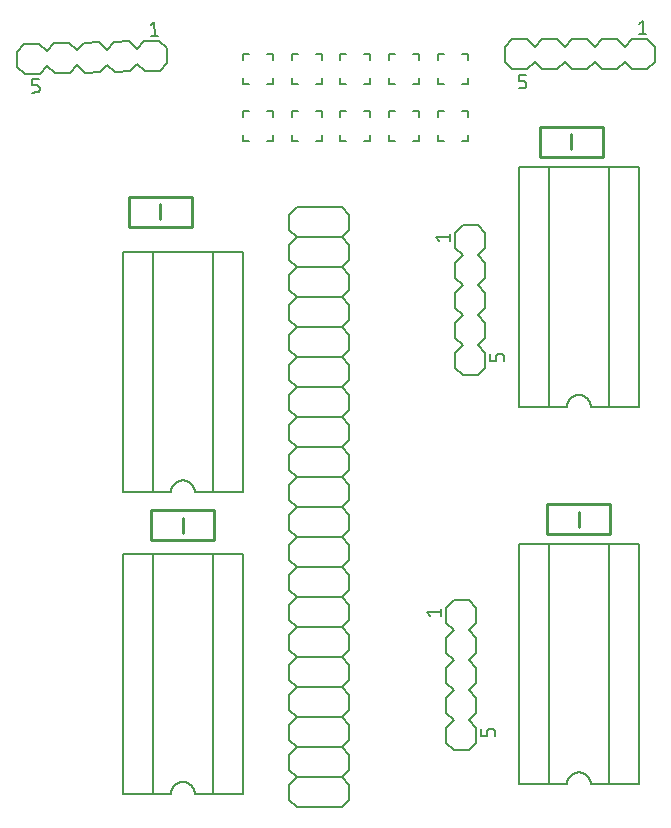
<source format=gbr>
G04 EAGLE Gerber RS-274X export*
G75*
%MOMM*%
%FSLAX34Y34*%
%LPD*%
%INSilkscreen Top*%
%IPPOS*%
%AMOC8*
5,1,8,0,0,1.08239X$1,22.5*%
G01*
%ADD10C,0.152400*%
%ADD11C,0.127000*%
%ADD12C,0.254000*%


D10*
X596265Y723900D02*
X583565Y723900D01*
X577215Y730250D01*
X577215Y742950D02*
X583565Y749300D01*
X577215Y730250D02*
X570865Y723900D01*
X558165Y723900D01*
X551815Y730250D01*
X551815Y742950D02*
X558165Y749300D01*
X570865Y749300D01*
X577215Y742950D01*
X602615Y742950D02*
X602615Y730250D01*
X596265Y723900D01*
X602615Y742950D02*
X596265Y749300D01*
X583565Y749300D01*
X551815Y730250D02*
X545465Y723900D01*
X532765Y723900D01*
X526415Y730250D01*
X526415Y742950D02*
X532765Y749300D01*
X545465Y749300D01*
X551815Y742950D01*
X520065Y723900D02*
X507365Y723900D01*
X501015Y730250D01*
X501015Y742950D02*
X507365Y749300D01*
X501015Y730250D02*
X494665Y723900D01*
X481965Y723900D01*
X475615Y730250D01*
X475615Y742950D01*
X481965Y749300D01*
X494665Y749300D01*
X501015Y742950D01*
X520065Y723900D02*
X526415Y730250D01*
X526415Y742950D02*
X520065Y749300D01*
X507365Y749300D01*
D11*
X589280Y762635D02*
X592455Y765175D01*
X592455Y753745D01*
X589280Y753745D02*
X595630Y753745D01*
X491490Y708025D02*
X487680Y708025D01*
X491490Y708025D02*
X491590Y708027D01*
X491689Y708033D01*
X491789Y708043D01*
X491887Y708056D01*
X491986Y708074D01*
X492083Y708095D01*
X492179Y708120D01*
X492275Y708149D01*
X492369Y708182D01*
X492462Y708218D01*
X492553Y708258D01*
X492643Y708302D01*
X492731Y708349D01*
X492817Y708399D01*
X492901Y708453D01*
X492983Y708510D01*
X493062Y708570D01*
X493140Y708634D01*
X493214Y708700D01*
X493286Y708769D01*
X493355Y708841D01*
X493421Y708915D01*
X493485Y708993D01*
X493545Y709072D01*
X493602Y709154D01*
X493656Y709238D01*
X493706Y709324D01*
X493753Y709412D01*
X493797Y709502D01*
X493837Y709593D01*
X493873Y709686D01*
X493906Y709780D01*
X493935Y709876D01*
X493960Y709972D01*
X493981Y710069D01*
X493999Y710168D01*
X494012Y710266D01*
X494022Y710366D01*
X494028Y710465D01*
X494030Y710565D01*
X494030Y711835D01*
X494028Y711935D01*
X494022Y712034D01*
X494012Y712134D01*
X493999Y712232D01*
X493981Y712331D01*
X493960Y712428D01*
X493935Y712524D01*
X493906Y712620D01*
X493873Y712714D01*
X493837Y712807D01*
X493797Y712898D01*
X493753Y712988D01*
X493706Y713076D01*
X493656Y713162D01*
X493602Y713246D01*
X493545Y713328D01*
X493485Y713407D01*
X493421Y713485D01*
X493355Y713559D01*
X493286Y713631D01*
X493214Y713700D01*
X493140Y713766D01*
X493062Y713830D01*
X492983Y713890D01*
X492901Y713947D01*
X492817Y714001D01*
X492731Y714051D01*
X492643Y714098D01*
X492553Y714142D01*
X492462Y714182D01*
X492369Y714218D01*
X492275Y714251D01*
X492179Y714280D01*
X492083Y714305D01*
X491986Y714326D01*
X491887Y714344D01*
X491789Y714357D01*
X491689Y714367D01*
X491590Y714373D01*
X491490Y714375D01*
X487680Y714375D01*
X487680Y719455D01*
X494030Y719455D01*
D10*
X183808Y722760D02*
X171112Y722450D01*
X164609Y728643D01*
X164298Y741339D02*
X170491Y747842D01*
X164609Y728643D02*
X158416Y722140D01*
X145720Y721829D01*
X139216Y728022D01*
X138906Y740718D02*
X145099Y747222D01*
X157795Y747532D01*
X164298Y741339D01*
X189691Y741960D02*
X190001Y729263D01*
X183808Y722760D01*
X189691Y741960D02*
X183188Y748153D01*
X170491Y747842D01*
X139216Y728022D02*
X133023Y721519D01*
X120327Y721209D01*
X113824Y727402D01*
X113514Y740098D02*
X119707Y746601D01*
X132403Y746911D01*
X138906Y740718D01*
X107631Y720898D02*
X94935Y720588D01*
X88432Y726781D01*
X88121Y739477D02*
X94314Y745980D01*
X88432Y726781D02*
X82239Y720278D01*
X69542Y719967D01*
X63039Y726160D01*
X62729Y738857D01*
X68922Y745360D01*
X81618Y745670D01*
X88121Y739477D01*
X107631Y720898D02*
X113824Y727402D01*
X113514Y740098D02*
X107010Y746291D01*
X94314Y745980D01*
D11*
X175879Y761313D02*
X178991Y763930D01*
X179270Y752503D01*
X176096Y752425D02*
X182444Y752581D01*
X79452Y704330D02*
X75643Y704237D01*
X79452Y704330D02*
X79552Y704334D01*
X79651Y704342D01*
X79750Y704355D01*
X79848Y704371D01*
X79946Y704391D01*
X80043Y704414D01*
X80139Y704442D01*
X80234Y704473D01*
X80327Y704508D01*
X80419Y704547D01*
X80509Y704589D01*
X80598Y704635D01*
X80685Y704684D01*
X80770Y704736D01*
X80852Y704792D01*
X80933Y704851D01*
X81011Y704913D01*
X81086Y704978D01*
X81159Y705047D01*
X81229Y705117D01*
X81297Y705191D01*
X81361Y705267D01*
X81423Y705346D01*
X81481Y705427D01*
X81536Y705510D01*
X81587Y705595D01*
X81636Y705682D01*
X81681Y705772D01*
X81722Y705862D01*
X81760Y705955D01*
X81794Y706048D01*
X81824Y706143D01*
X81851Y706239D01*
X81874Y706337D01*
X81893Y706435D01*
X81908Y706533D01*
X81919Y706632D01*
X81926Y706732D01*
X81930Y706831D01*
X81929Y706931D01*
X81898Y708201D01*
X81894Y708301D01*
X81886Y708400D01*
X81873Y708499D01*
X81857Y708598D01*
X81837Y708695D01*
X81814Y708792D01*
X81786Y708888D01*
X81755Y708983D01*
X81720Y709076D01*
X81681Y709168D01*
X81639Y709258D01*
X81593Y709347D01*
X81544Y709434D01*
X81492Y709519D01*
X81436Y709601D01*
X81377Y709682D01*
X81315Y709760D01*
X81250Y709835D01*
X81181Y709908D01*
X81111Y709978D01*
X81037Y710046D01*
X80961Y710110D01*
X80882Y710172D01*
X80801Y710230D01*
X80718Y710285D01*
X80633Y710336D01*
X80546Y710385D01*
X80456Y710430D01*
X80366Y710471D01*
X80273Y710509D01*
X80180Y710543D01*
X80085Y710573D01*
X79989Y710600D01*
X79891Y710623D01*
X79794Y710642D01*
X79695Y710657D01*
X79596Y710668D01*
X79496Y710675D01*
X79397Y710679D01*
X79297Y710678D01*
X75488Y710585D01*
X75364Y715663D01*
X81712Y715819D01*
D10*
X459105Y585470D02*
X459105Y572770D01*
X452755Y566420D01*
X440055Y566420D02*
X433705Y572770D01*
X452755Y566420D02*
X459105Y560070D01*
X459105Y547370D01*
X452755Y541020D01*
X440055Y541020D02*
X433705Y547370D01*
X433705Y560070D01*
X440055Y566420D01*
X440055Y591820D02*
X452755Y591820D01*
X459105Y585470D01*
X440055Y591820D02*
X433705Y585470D01*
X433705Y572770D01*
X452755Y541020D02*
X459105Y534670D01*
X459105Y521970D01*
X452755Y515620D01*
X440055Y515620D02*
X433705Y521970D01*
X433705Y534670D01*
X440055Y541020D01*
X459105Y509270D02*
X459105Y496570D01*
X452755Y490220D01*
X440055Y490220D02*
X433705Y496570D01*
X452755Y490220D02*
X459105Y483870D01*
X459105Y471170D01*
X452755Y464820D01*
X440055Y464820D01*
X433705Y471170D01*
X433705Y483870D01*
X440055Y490220D01*
X459105Y509270D02*
X452755Y515620D01*
X440055Y515620D02*
X433705Y509270D01*
X433705Y496570D01*
D11*
X420370Y578485D02*
X417830Y581660D01*
X429260Y581660D01*
X429260Y578485D02*
X429260Y584835D01*
X474980Y480695D02*
X474980Y476885D01*
X474980Y480695D02*
X474978Y480795D01*
X474972Y480894D01*
X474962Y480994D01*
X474949Y481092D01*
X474931Y481191D01*
X474910Y481288D01*
X474885Y481384D01*
X474856Y481480D01*
X474823Y481574D01*
X474787Y481667D01*
X474747Y481758D01*
X474703Y481848D01*
X474656Y481936D01*
X474606Y482022D01*
X474552Y482106D01*
X474495Y482188D01*
X474435Y482267D01*
X474371Y482345D01*
X474305Y482419D01*
X474236Y482491D01*
X474164Y482560D01*
X474090Y482626D01*
X474012Y482690D01*
X473933Y482750D01*
X473851Y482807D01*
X473767Y482861D01*
X473681Y482911D01*
X473593Y482958D01*
X473503Y483002D01*
X473412Y483042D01*
X473319Y483078D01*
X473225Y483111D01*
X473129Y483140D01*
X473033Y483165D01*
X472936Y483186D01*
X472837Y483204D01*
X472739Y483217D01*
X472639Y483227D01*
X472540Y483233D01*
X472440Y483235D01*
X471170Y483235D01*
X471070Y483233D01*
X470971Y483227D01*
X470871Y483217D01*
X470773Y483204D01*
X470674Y483186D01*
X470577Y483165D01*
X470481Y483140D01*
X470385Y483111D01*
X470291Y483078D01*
X470198Y483042D01*
X470107Y483002D01*
X470017Y482958D01*
X469929Y482911D01*
X469843Y482861D01*
X469759Y482807D01*
X469677Y482750D01*
X469598Y482690D01*
X469520Y482626D01*
X469446Y482560D01*
X469374Y482491D01*
X469305Y482419D01*
X469239Y482345D01*
X469175Y482267D01*
X469115Y482188D01*
X469058Y482106D01*
X469004Y482022D01*
X468954Y481936D01*
X468907Y481848D01*
X468863Y481758D01*
X468823Y481667D01*
X468787Y481574D01*
X468754Y481480D01*
X468725Y481384D01*
X468700Y481288D01*
X468679Y481191D01*
X468661Y481092D01*
X468648Y480994D01*
X468638Y480894D01*
X468632Y480795D01*
X468630Y480695D01*
X468630Y476885D01*
X463550Y476885D01*
X463550Y483235D01*
D10*
X451485Y267970D02*
X451485Y255270D01*
X445135Y248920D01*
X432435Y248920D02*
X426085Y255270D01*
X445135Y248920D02*
X451485Y242570D01*
X451485Y229870D01*
X445135Y223520D01*
X432435Y223520D02*
X426085Y229870D01*
X426085Y242570D01*
X432435Y248920D01*
X432435Y274320D02*
X445135Y274320D01*
X451485Y267970D01*
X432435Y274320D02*
X426085Y267970D01*
X426085Y255270D01*
X445135Y223520D02*
X451485Y217170D01*
X451485Y204470D01*
X445135Y198120D01*
X432435Y198120D02*
X426085Y204470D01*
X426085Y217170D01*
X432435Y223520D01*
X451485Y191770D02*
X451485Y179070D01*
X445135Y172720D01*
X432435Y172720D02*
X426085Y179070D01*
X445135Y172720D02*
X451485Y166370D01*
X451485Y153670D01*
X445135Y147320D01*
X432435Y147320D01*
X426085Y153670D01*
X426085Y166370D01*
X432435Y172720D01*
X451485Y191770D02*
X445135Y198120D01*
X432435Y198120D02*
X426085Y191770D01*
X426085Y179070D01*
D11*
X412750Y260985D02*
X410210Y264160D01*
X421640Y264160D01*
X421640Y260985D02*
X421640Y267335D01*
X467360Y163195D02*
X467360Y159385D01*
X467360Y163195D02*
X467358Y163295D01*
X467352Y163394D01*
X467342Y163494D01*
X467329Y163592D01*
X467311Y163691D01*
X467290Y163788D01*
X467265Y163884D01*
X467236Y163980D01*
X467203Y164074D01*
X467167Y164167D01*
X467127Y164258D01*
X467083Y164348D01*
X467036Y164436D01*
X466986Y164522D01*
X466932Y164606D01*
X466875Y164688D01*
X466815Y164767D01*
X466751Y164845D01*
X466685Y164919D01*
X466616Y164991D01*
X466544Y165060D01*
X466470Y165126D01*
X466392Y165190D01*
X466313Y165250D01*
X466231Y165307D01*
X466147Y165361D01*
X466061Y165411D01*
X465973Y165458D01*
X465883Y165502D01*
X465792Y165542D01*
X465699Y165578D01*
X465605Y165611D01*
X465509Y165640D01*
X465413Y165665D01*
X465316Y165686D01*
X465217Y165704D01*
X465119Y165717D01*
X465019Y165727D01*
X464920Y165733D01*
X464820Y165735D01*
X463550Y165735D01*
X463450Y165733D01*
X463351Y165727D01*
X463251Y165717D01*
X463153Y165704D01*
X463054Y165686D01*
X462957Y165665D01*
X462861Y165640D01*
X462765Y165611D01*
X462671Y165578D01*
X462578Y165542D01*
X462487Y165502D01*
X462397Y165458D01*
X462309Y165411D01*
X462223Y165361D01*
X462139Y165307D01*
X462057Y165250D01*
X461978Y165190D01*
X461900Y165126D01*
X461826Y165060D01*
X461754Y164991D01*
X461685Y164919D01*
X461619Y164845D01*
X461555Y164767D01*
X461495Y164688D01*
X461438Y164606D01*
X461384Y164522D01*
X461334Y164436D01*
X461287Y164348D01*
X461243Y164258D01*
X461203Y164167D01*
X461167Y164074D01*
X461134Y163980D01*
X461105Y163884D01*
X461080Y163788D01*
X461059Y163691D01*
X461041Y163592D01*
X461028Y163494D01*
X461018Y163394D01*
X461012Y163295D01*
X461010Y163195D01*
X461010Y159385D01*
X455930Y159385D01*
X455930Y165735D01*
D10*
X293370Y600710D02*
X299720Y607060D01*
X293370Y600710D02*
X293370Y588010D01*
X299720Y581660D01*
X293370Y575310D01*
X293370Y562610D01*
X299720Y556260D01*
X293370Y549910D01*
X293370Y537210D01*
X299720Y530860D01*
X293370Y524510D01*
X293370Y511810D01*
X299720Y505460D01*
X293370Y499110D01*
X293370Y486410D01*
X299720Y480060D01*
X293370Y473710D01*
X293370Y461010D01*
X299720Y454660D01*
X299720Y607060D02*
X337820Y607060D01*
X344170Y600710D01*
X344170Y588010D01*
X337820Y581660D01*
X344170Y575310D01*
X344170Y562610D01*
X337820Y556260D01*
X344170Y549910D01*
X344170Y537210D01*
X337820Y530860D01*
X344170Y524510D01*
X344170Y511810D01*
X337820Y505460D01*
X344170Y499110D01*
X344170Y486410D01*
X337820Y480060D01*
X344170Y473710D01*
X344170Y461010D01*
X337820Y454660D01*
X344170Y448310D01*
X344170Y435610D01*
X337820Y429260D01*
X344170Y422910D01*
X344170Y410210D01*
X337820Y403860D01*
X344170Y397510D01*
X344170Y384810D01*
X337820Y378460D01*
X344170Y372110D01*
X344170Y359410D01*
X337820Y353060D01*
X344170Y346710D01*
X344170Y334010D01*
X337820Y327660D01*
X344170Y321310D01*
X344170Y308610D01*
X337820Y302260D01*
X344170Y295910D01*
X344170Y283210D01*
X337820Y276860D01*
X344170Y270510D01*
X344170Y257810D01*
X337820Y251460D01*
X344170Y245110D01*
X344170Y232410D01*
X337820Y226060D01*
X344170Y219710D01*
X344170Y207010D01*
X337820Y200660D01*
X344170Y194310D01*
X344170Y181610D01*
X337820Y175260D01*
X344170Y168910D01*
X344170Y156210D01*
X337820Y149860D01*
X344170Y143510D01*
X344170Y130810D01*
X337820Y124460D01*
X299720Y124460D02*
X293370Y130810D01*
X293370Y143510D01*
X299720Y149860D01*
X293370Y156210D01*
X293370Y168910D01*
X299720Y175260D01*
X293370Y181610D01*
X293370Y194310D01*
X299720Y200660D01*
X293370Y207010D01*
X293370Y219710D01*
X299720Y226060D01*
X293370Y232410D01*
X293370Y245110D01*
X299720Y251460D01*
X293370Y257810D01*
X293370Y270510D01*
X299720Y276860D01*
X293370Y283210D01*
X293370Y295910D01*
X299720Y302260D01*
X293370Y308610D01*
X293370Y321310D01*
X299720Y327660D01*
X293370Y334010D01*
X293370Y346710D01*
X299720Y353060D01*
X293370Y359410D01*
X293370Y372110D01*
X299720Y378460D01*
X293370Y384810D01*
X293370Y397510D01*
X299720Y403860D01*
X293370Y410210D01*
X293370Y422910D01*
X299720Y429260D01*
X293370Y435610D01*
X293370Y448310D01*
X299720Y454660D01*
X299720Y581660D02*
X337820Y581660D01*
X337820Y556260D02*
X299720Y556260D01*
X299720Y530860D02*
X337820Y530860D01*
X337820Y505460D02*
X299720Y505460D01*
X299720Y480060D02*
X337820Y480060D01*
X337820Y454660D02*
X299720Y454660D01*
X299720Y429260D02*
X337820Y429260D01*
X337820Y403860D02*
X299720Y403860D01*
X299720Y378460D02*
X337820Y378460D01*
X337820Y353060D02*
X299720Y353060D01*
X299720Y327660D02*
X337820Y327660D01*
X337820Y302260D02*
X299720Y302260D01*
X299720Y276860D02*
X337820Y276860D01*
X337820Y251460D02*
X299720Y251460D01*
X299720Y226060D02*
X337820Y226060D01*
X337820Y200660D02*
X299720Y200660D01*
X299720Y175260D02*
X337820Y175260D01*
X337820Y149860D02*
X299720Y149860D01*
X299720Y124460D02*
X337820Y124460D01*
X344170Y118110D01*
X344170Y105410D01*
X337820Y99060D01*
X299720Y99060D02*
X293370Y105410D01*
X293370Y118110D01*
X299720Y124460D01*
X299720Y99060D02*
X337820Y99060D01*
X152400Y365760D02*
X152400Y568960D01*
X254000Y568960D02*
X254000Y365760D01*
X177800Y568960D02*
X152400Y568960D01*
X152400Y365760D02*
X177800Y365760D01*
X228600Y365760D02*
X254000Y365760D01*
X213360Y365760D02*
X213357Y366007D01*
X213348Y366255D01*
X213333Y366502D01*
X213312Y366748D01*
X213285Y366994D01*
X213252Y367239D01*
X213213Y367484D01*
X213168Y367727D01*
X213117Y367969D01*
X213060Y368210D01*
X212998Y368449D01*
X212929Y368687D01*
X212855Y368923D01*
X212775Y369157D01*
X212690Y369389D01*
X212598Y369619D01*
X212502Y369847D01*
X212399Y370072D01*
X212292Y370295D01*
X212178Y370515D01*
X212060Y370732D01*
X211936Y370947D01*
X211807Y371158D01*
X211673Y371366D01*
X211534Y371571D01*
X211390Y371772D01*
X211242Y371970D01*
X211088Y372164D01*
X210930Y372354D01*
X210767Y372540D01*
X210600Y372722D01*
X210428Y372900D01*
X210252Y373074D01*
X210072Y373244D01*
X209887Y373409D01*
X209699Y373569D01*
X209507Y373725D01*
X209311Y373877D01*
X209112Y374023D01*
X208909Y374165D01*
X208702Y374301D01*
X208493Y374433D01*
X208280Y374559D01*
X208064Y374680D01*
X207846Y374796D01*
X207624Y374906D01*
X207400Y375011D01*
X207174Y375111D01*
X206945Y375205D01*
X206714Y375293D01*
X206480Y375376D01*
X206245Y375453D01*
X206008Y375524D01*
X205770Y375590D01*
X205530Y375649D01*
X205288Y375703D01*
X205045Y375751D01*
X204802Y375793D01*
X204557Y375829D01*
X204311Y375859D01*
X204065Y375883D01*
X203818Y375901D01*
X203571Y375913D01*
X203324Y375919D01*
X203076Y375919D01*
X202829Y375913D01*
X202582Y375901D01*
X202335Y375883D01*
X202089Y375859D01*
X201843Y375829D01*
X201598Y375793D01*
X201355Y375751D01*
X201112Y375703D01*
X200870Y375649D01*
X200630Y375590D01*
X200392Y375524D01*
X200155Y375453D01*
X199920Y375376D01*
X199686Y375293D01*
X199455Y375205D01*
X199226Y375111D01*
X199000Y375011D01*
X198776Y374906D01*
X198554Y374796D01*
X198336Y374680D01*
X198120Y374559D01*
X197907Y374433D01*
X197698Y374301D01*
X197491Y374165D01*
X197288Y374023D01*
X197089Y373877D01*
X196893Y373725D01*
X196701Y373569D01*
X196513Y373409D01*
X196328Y373244D01*
X196148Y373074D01*
X195972Y372900D01*
X195800Y372722D01*
X195633Y372540D01*
X195470Y372354D01*
X195312Y372164D01*
X195158Y371970D01*
X195010Y371772D01*
X194866Y371571D01*
X194727Y371366D01*
X194593Y371158D01*
X194464Y370947D01*
X194340Y370732D01*
X194222Y370515D01*
X194108Y370295D01*
X194001Y370072D01*
X193898Y369847D01*
X193802Y369619D01*
X193710Y369389D01*
X193625Y369157D01*
X193545Y368923D01*
X193471Y368687D01*
X193402Y368449D01*
X193340Y368210D01*
X193283Y367969D01*
X193232Y367727D01*
X193187Y367484D01*
X193148Y367239D01*
X193115Y366994D01*
X193088Y366748D01*
X193067Y366502D01*
X193052Y366255D01*
X193043Y366007D01*
X193040Y365760D01*
X177800Y365760D02*
X177800Y568960D01*
X177800Y365760D02*
X193040Y365760D01*
X177800Y568960D02*
X228600Y568960D01*
X228600Y365760D01*
X213360Y365760D01*
X228600Y568960D02*
X254000Y568960D01*
X152400Y313690D02*
X152400Y110490D01*
X254000Y110490D02*
X254000Y313690D01*
X177800Y313690D02*
X152400Y313690D01*
X152400Y110490D02*
X177800Y110490D01*
X228600Y110490D02*
X254000Y110490D01*
X213360Y110490D02*
X213357Y110737D01*
X213348Y110985D01*
X213333Y111232D01*
X213312Y111478D01*
X213285Y111724D01*
X213252Y111969D01*
X213213Y112214D01*
X213168Y112457D01*
X213117Y112699D01*
X213060Y112940D01*
X212998Y113179D01*
X212929Y113417D01*
X212855Y113653D01*
X212775Y113887D01*
X212690Y114119D01*
X212598Y114349D01*
X212502Y114577D01*
X212399Y114802D01*
X212292Y115025D01*
X212178Y115245D01*
X212060Y115462D01*
X211936Y115677D01*
X211807Y115888D01*
X211673Y116096D01*
X211534Y116301D01*
X211390Y116502D01*
X211242Y116700D01*
X211088Y116894D01*
X210930Y117084D01*
X210767Y117270D01*
X210600Y117452D01*
X210428Y117630D01*
X210252Y117804D01*
X210072Y117974D01*
X209887Y118139D01*
X209699Y118299D01*
X209507Y118455D01*
X209311Y118607D01*
X209112Y118753D01*
X208909Y118895D01*
X208702Y119031D01*
X208493Y119163D01*
X208280Y119289D01*
X208064Y119410D01*
X207846Y119526D01*
X207624Y119636D01*
X207400Y119741D01*
X207174Y119841D01*
X206945Y119935D01*
X206714Y120023D01*
X206480Y120106D01*
X206245Y120183D01*
X206008Y120254D01*
X205770Y120320D01*
X205530Y120379D01*
X205288Y120433D01*
X205045Y120481D01*
X204802Y120523D01*
X204557Y120559D01*
X204311Y120589D01*
X204065Y120613D01*
X203818Y120631D01*
X203571Y120643D01*
X203324Y120649D01*
X203076Y120649D01*
X202829Y120643D01*
X202582Y120631D01*
X202335Y120613D01*
X202089Y120589D01*
X201843Y120559D01*
X201598Y120523D01*
X201355Y120481D01*
X201112Y120433D01*
X200870Y120379D01*
X200630Y120320D01*
X200392Y120254D01*
X200155Y120183D01*
X199920Y120106D01*
X199686Y120023D01*
X199455Y119935D01*
X199226Y119841D01*
X199000Y119741D01*
X198776Y119636D01*
X198554Y119526D01*
X198336Y119410D01*
X198120Y119289D01*
X197907Y119163D01*
X197698Y119031D01*
X197491Y118895D01*
X197288Y118753D01*
X197089Y118607D01*
X196893Y118455D01*
X196701Y118299D01*
X196513Y118139D01*
X196328Y117974D01*
X196148Y117804D01*
X195972Y117630D01*
X195800Y117452D01*
X195633Y117270D01*
X195470Y117084D01*
X195312Y116894D01*
X195158Y116700D01*
X195010Y116502D01*
X194866Y116301D01*
X194727Y116096D01*
X194593Y115888D01*
X194464Y115677D01*
X194340Y115462D01*
X194222Y115245D01*
X194108Y115025D01*
X194001Y114802D01*
X193898Y114577D01*
X193802Y114349D01*
X193710Y114119D01*
X193625Y113887D01*
X193545Y113653D01*
X193471Y113417D01*
X193402Y113179D01*
X193340Y112940D01*
X193283Y112699D01*
X193232Y112457D01*
X193187Y112214D01*
X193148Y111969D01*
X193115Y111724D01*
X193088Y111478D01*
X193067Y111232D01*
X193052Y110985D01*
X193043Y110737D01*
X193040Y110490D01*
X177800Y110490D02*
X177800Y313690D01*
X177800Y110490D02*
X193040Y110490D01*
X177800Y313690D02*
X228600Y313690D01*
X228600Y110490D01*
X213360Y110490D01*
X228600Y313690D02*
X254000Y313690D01*
X487680Y321733D02*
X487680Y118533D01*
X589280Y118533D02*
X589280Y321733D01*
X513080Y321733D02*
X487680Y321733D01*
X487680Y118533D02*
X513080Y118533D01*
X563880Y118533D02*
X589280Y118533D01*
X548640Y118533D02*
X548637Y118780D01*
X548628Y119028D01*
X548613Y119275D01*
X548592Y119521D01*
X548565Y119767D01*
X548532Y120012D01*
X548493Y120257D01*
X548448Y120500D01*
X548397Y120742D01*
X548340Y120983D01*
X548278Y121222D01*
X548209Y121460D01*
X548135Y121696D01*
X548055Y121930D01*
X547970Y122162D01*
X547878Y122392D01*
X547782Y122620D01*
X547679Y122845D01*
X547572Y123068D01*
X547458Y123288D01*
X547340Y123505D01*
X547216Y123720D01*
X547087Y123931D01*
X546953Y124139D01*
X546814Y124344D01*
X546670Y124545D01*
X546522Y124743D01*
X546368Y124937D01*
X546210Y125127D01*
X546047Y125313D01*
X545880Y125495D01*
X545708Y125673D01*
X545532Y125847D01*
X545352Y126017D01*
X545167Y126182D01*
X544979Y126342D01*
X544787Y126498D01*
X544591Y126650D01*
X544392Y126796D01*
X544189Y126938D01*
X543982Y127074D01*
X543773Y127206D01*
X543560Y127332D01*
X543344Y127453D01*
X543126Y127569D01*
X542904Y127679D01*
X542680Y127784D01*
X542454Y127884D01*
X542225Y127978D01*
X541994Y128066D01*
X541760Y128149D01*
X541525Y128226D01*
X541288Y128297D01*
X541050Y128363D01*
X540810Y128422D01*
X540568Y128476D01*
X540325Y128524D01*
X540082Y128566D01*
X539837Y128602D01*
X539591Y128632D01*
X539345Y128656D01*
X539098Y128674D01*
X538851Y128686D01*
X538604Y128692D01*
X538356Y128692D01*
X538109Y128686D01*
X537862Y128674D01*
X537615Y128656D01*
X537369Y128632D01*
X537123Y128602D01*
X536878Y128566D01*
X536635Y128524D01*
X536392Y128476D01*
X536150Y128422D01*
X535910Y128363D01*
X535672Y128297D01*
X535435Y128226D01*
X535200Y128149D01*
X534966Y128066D01*
X534735Y127978D01*
X534506Y127884D01*
X534280Y127784D01*
X534056Y127679D01*
X533834Y127569D01*
X533616Y127453D01*
X533400Y127332D01*
X533187Y127206D01*
X532978Y127074D01*
X532771Y126938D01*
X532568Y126796D01*
X532369Y126650D01*
X532173Y126498D01*
X531981Y126342D01*
X531793Y126182D01*
X531608Y126017D01*
X531428Y125847D01*
X531252Y125673D01*
X531080Y125495D01*
X530913Y125313D01*
X530750Y125127D01*
X530592Y124937D01*
X530438Y124743D01*
X530290Y124545D01*
X530146Y124344D01*
X530007Y124139D01*
X529873Y123931D01*
X529744Y123720D01*
X529620Y123505D01*
X529502Y123288D01*
X529388Y123068D01*
X529281Y122845D01*
X529178Y122620D01*
X529082Y122392D01*
X528990Y122162D01*
X528905Y121930D01*
X528825Y121696D01*
X528751Y121460D01*
X528682Y121222D01*
X528620Y120983D01*
X528563Y120742D01*
X528512Y120500D01*
X528467Y120257D01*
X528428Y120012D01*
X528395Y119767D01*
X528368Y119521D01*
X528347Y119275D01*
X528332Y119028D01*
X528323Y118780D01*
X528320Y118533D01*
X513080Y118533D02*
X513080Y321733D01*
X513080Y118533D02*
X528320Y118533D01*
X513080Y321733D02*
X563880Y321733D01*
X563880Y118533D01*
X548640Y118533D01*
X563880Y321733D02*
X589280Y321733D01*
X487680Y438150D02*
X487680Y641350D01*
X589280Y641350D02*
X589280Y438150D01*
X513080Y641350D02*
X487680Y641350D01*
X487680Y438150D02*
X513080Y438150D01*
X563880Y438150D02*
X589280Y438150D01*
X548640Y438150D02*
X548637Y438397D01*
X548628Y438645D01*
X548613Y438892D01*
X548592Y439138D01*
X548565Y439384D01*
X548532Y439629D01*
X548493Y439874D01*
X548448Y440117D01*
X548397Y440359D01*
X548340Y440600D01*
X548278Y440839D01*
X548209Y441077D01*
X548135Y441313D01*
X548055Y441547D01*
X547970Y441779D01*
X547878Y442009D01*
X547782Y442237D01*
X547679Y442462D01*
X547572Y442685D01*
X547458Y442905D01*
X547340Y443122D01*
X547216Y443337D01*
X547087Y443548D01*
X546953Y443756D01*
X546814Y443961D01*
X546670Y444162D01*
X546522Y444360D01*
X546368Y444554D01*
X546210Y444744D01*
X546047Y444930D01*
X545880Y445112D01*
X545708Y445290D01*
X545532Y445464D01*
X545352Y445634D01*
X545167Y445799D01*
X544979Y445959D01*
X544787Y446115D01*
X544591Y446267D01*
X544392Y446413D01*
X544189Y446555D01*
X543982Y446691D01*
X543773Y446823D01*
X543560Y446949D01*
X543344Y447070D01*
X543126Y447186D01*
X542904Y447296D01*
X542680Y447401D01*
X542454Y447501D01*
X542225Y447595D01*
X541994Y447683D01*
X541760Y447766D01*
X541525Y447843D01*
X541288Y447914D01*
X541050Y447980D01*
X540810Y448039D01*
X540568Y448093D01*
X540325Y448141D01*
X540082Y448183D01*
X539837Y448219D01*
X539591Y448249D01*
X539345Y448273D01*
X539098Y448291D01*
X538851Y448303D01*
X538604Y448309D01*
X538356Y448309D01*
X538109Y448303D01*
X537862Y448291D01*
X537615Y448273D01*
X537369Y448249D01*
X537123Y448219D01*
X536878Y448183D01*
X536635Y448141D01*
X536392Y448093D01*
X536150Y448039D01*
X535910Y447980D01*
X535672Y447914D01*
X535435Y447843D01*
X535200Y447766D01*
X534966Y447683D01*
X534735Y447595D01*
X534506Y447501D01*
X534280Y447401D01*
X534056Y447296D01*
X533834Y447186D01*
X533616Y447070D01*
X533400Y446949D01*
X533187Y446823D01*
X532978Y446691D01*
X532771Y446555D01*
X532568Y446413D01*
X532369Y446267D01*
X532173Y446115D01*
X531981Y445959D01*
X531793Y445799D01*
X531608Y445634D01*
X531428Y445464D01*
X531252Y445290D01*
X531080Y445112D01*
X530913Y444930D01*
X530750Y444744D01*
X530592Y444554D01*
X530438Y444360D01*
X530290Y444162D01*
X530146Y443961D01*
X530007Y443756D01*
X529873Y443548D01*
X529744Y443337D01*
X529620Y443122D01*
X529502Y442905D01*
X529388Y442685D01*
X529281Y442462D01*
X529178Y442237D01*
X529082Y442009D01*
X528990Y441779D01*
X528905Y441547D01*
X528825Y441313D01*
X528751Y441077D01*
X528682Y440839D01*
X528620Y440600D01*
X528563Y440359D01*
X528512Y440117D01*
X528467Y439874D01*
X528428Y439629D01*
X528395Y439384D01*
X528368Y439138D01*
X528347Y438892D01*
X528332Y438645D01*
X528323Y438397D01*
X528320Y438150D01*
X513080Y438150D02*
X513080Y641350D01*
X513080Y438150D02*
X528320Y438150D01*
X513080Y641350D02*
X563880Y641350D01*
X563880Y438150D01*
X548640Y438150D01*
X563880Y641350D02*
X589280Y641350D01*
D12*
X184150Y609600D02*
X184150Y596900D01*
X157480Y615950D02*
X210820Y615950D01*
X210820Y590550D01*
X157480Y590550D01*
X157480Y615950D01*
X203200Y344170D02*
X203200Y331470D01*
X176530Y350520D02*
X229870Y350520D01*
X229870Y325120D01*
X176530Y325120D01*
X176530Y350520D01*
X538480Y349250D02*
X538480Y336550D01*
X565150Y330200D02*
X511810Y330200D01*
X511810Y355600D01*
X565150Y355600D01*
X565150Y330200D01*
X532130Y656167D02*
X532130Y668867D01*
X558800Y649817D02*
X505460Y649817D01*
X505460Y675217D01*
X558800Y675217D01*
X558800Y649817D01*
D10*
X361950Y731520D02*
X361950Y736600D01*
X356870Y736600D01*
X336550Y736600D02*
X336550Y731520D01*
X336550Y736600D02*
X341630Y736600D01*
X336550Y716280D02*
X336550Y711200D01*
X341630Y711200D01*
X356870Y711200D02*
X361950Y711200D01*
X361950Y716280D01*
X444500Y731520D02*
X444500Y736600D01*
X439420Y736600D01*
X419100Y736600D02*
X419100Y731520D01*
X419100Y736600D02*
X424180Y736600D01*
X419100Y716280D02*
X419100Y711200D01*
X424180Y711200D01*
X439420Y711200D02*
X444500Y711200D01*
X444500Y716280D01*
X403225Y688975D02*
X403225Y683895D01*
X403225Y688975D02*
X398145Y688975D01*
X377825Y688975D02*
X377825Y683895D01*
X377825Y688975D02*
X382905Y688975D01*
X377825Y668655D02*
X377825Y663575D01*
X382905Y663575D01*
X398145Y663575D02*
X403225Y663575D01*
X403225Y668655D01*
X279400Y683895D02*
X279400Y688975D01*
X274320Y688975D01*
X254000Y688975D02*
X254000Y683895D01*
X254000Y688975D02*
X259080Y688975D01*
X254000Y668655D02*
X254000Y663575D01*
X259080Y663575D01*
X274320Y663575D02*
X279400Y663575D01*
X279400Y668655D01*
X320675Y683895D02*
X320675Y688975D01*
X315595Y688975D01*
X295275Y688975D02*
X295275Y683895D01*
X295275Y688975D02*
X300355Y688975D01*
X295275Y668655D02*
X295275Y663575D01*
X300355Y663575D01*
X315595Y663575D02*
X320675Y663575D01*
X320675Y668655D01*
X320675Y731520D02*
X320675Y736600D01*
X315595Y736600D01*
X295275Y736600D02*
X295275Y731520D01*
X295275Y736600D02*
X300355Y736600D01*
X295275Y716280D02*
X295275Y711200D01*
X300355Y711200D01*
X315595Y711200D02*
X320675Y711200D01*
X320675Y716280D01*
X419100Y688975D02*
X424180Y688975D01*
X419100Y688975D02*
X419100Y683895D01*
X419100Y663575D02*
X424180Y663575D01*
X419100Y663575D02*
X419100Y668655D01*
X439420Y663575D02*
X444500Y663575D01*
X444500Y668655D01*
X444500Y683895D02*
X444500Y688975D01*
X439420Y688975D01*
X361950Y688975D02*
X361950Y683895D01*
X361950Y688975D02*
X356870Y688975D01*
X336550Y688975D02*
X336550Y683895D01*
X336550Y688975D02*
X341630Y688975D01*
X336550Y668655D02*
X336550Y663575D01*
X341630Y663575D01*
X356870Y663575D02*
X361950Y663575D01*
X361950Y668655D01*
X403225Y731520D02*
X403225Y736600D01*
X398145Y736600D01*
X377825Y736600D02*
X377825Y731520D01*
X377825Y736600D02*
X382905Y736600D01*
X377825Y716280D02*
X377825Y711200D01*
X382905Y711200D01*
X398145Y711200D02*
X403225Y711200D01*
X403225Y716280D01*
X279400Y731520D02*
X279400Y736600D01*
X274320Y736600D01*
X254000Y736600D02*
X254000Y731520D01*
X254000Y736600D02*
X259080Y736600D01*
X254000Y716280D02*
X254000Y711200D01*
X259080Y711200D01*
X274320Y711200D02*
X279400Y711200D01*
X279400Y716280D01*
M02*

</source>
